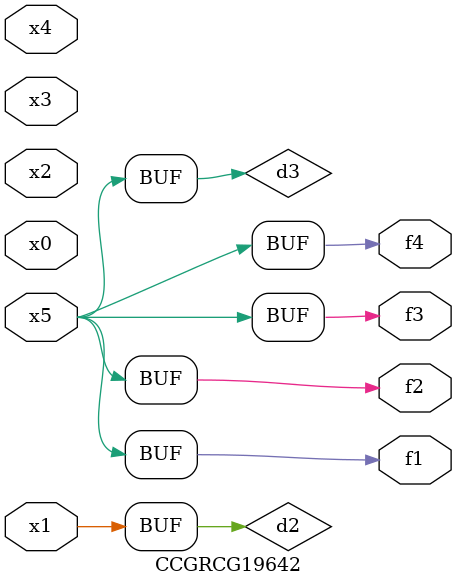
<source format=v>
module CCGRCG19642(
	input x0, x1, x2, x3, x4, x5,
	output f1, f2, f3, f4
);

	wire d1, d2, d3;

	not (d1, x5);
	or (d2, x1);
	xnor (d3, d1);
	assign f1 = d3;
	assign f2 = d3;
	assign f3 = d3;
	assign f4 = d3;
endmodule

</source>
